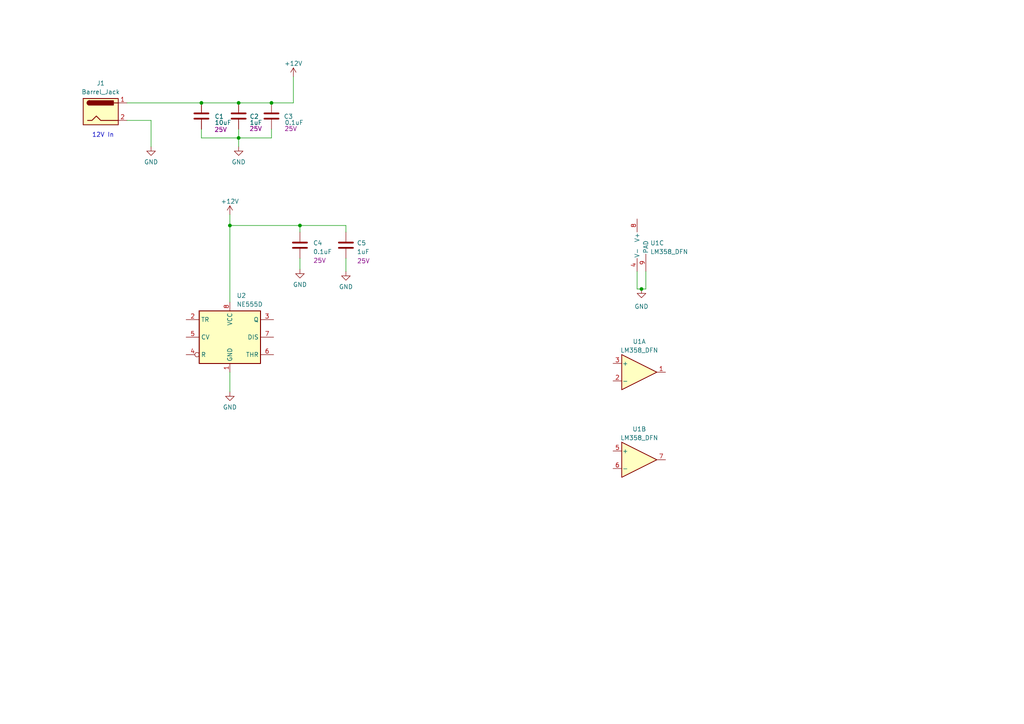
<source format=kicad_sch>
(kicad_sch (version 20230121) (generator eeschema)
  (paper "A4")
  (lib_symbols
    (symbol "Amplifier_Operational:LM358_DFN" (pin_names (offset 0.127))
      (property "Reference" "U" (at 0 5.08 0))
      (property "Value" "LM358_DFN" (at 0 -5.08 0))
      (symbol "LM358_DFN_1_1"
        (polyline (pts (xy -5.08 5.08) (xy 5.08 0) (xy -5.08 -5.08) (xy -5.08 5.08)) (stroke (width 0.254)) (fill (type background)))
        (pin output line (at 7.62 0 180) (length 2.54) (name "~") (number "1"))
        (pin input line (at -7.62 -2.54 0) (length 2.54) (name "-") (number "2"))
        (pin input line (at -7.62 2.54 0) (length 2.54) (name "+") (number "3"))
      )
      (symbol "LM358_DFN_2_1"
        (polyline (pts (xy -5.08 5.08) (xy 5.08 0) (xy -5.08 -5.08) (xy -5.08 5.08)) (stroke (width 0.254)) (fill (type background)))
        (pin input line (at -7.62 2.54 0) (length 2.54) (name "+") (number "5"))
        (pin input line (at -7.62 -2.54 0) (length 2.54) (name "-") (number "6"))
        (pin output line (at 7.62 0 180) (length 2.54) (name "~") (number "7"))
      )
      (symbol "LM358_DFN_3_1"
        (pin power_in line (at -2.54 -7.62 90) (length 3.81) (name "V-") (number "4"))
        (pin power_in line (at -2.54 7.62 270) (length 3.81) (name "V+") (number "8"))
        (pin power_in line (at 0 -7.62 90) (length 5.08) (name "PAD") (number "9"))
      )
    )
    (symbol "Connector:Barrel_Jack" (pin_names (offset 1.016))
      (property "Reference" "J" (at 0 5.334 0))
      (property "Value" "Barrel_Jack" (at 0 -5.08 0))
      (symbol "Barrel_Jack_0_1"
        (rectangle (start -5.08 3.81) (end 5.08 -3.81) (stroke (width 0.254)) (fill (type background)))
        (arc (start -3.302 3.175) (mid -3.9343 2.54) (end -3.302 1.905) (stroke (width 0.254)))
        (arc (start -3.302 3.175) (mid -3.9343 2.54) (end -3.302 1.905) (stroke (width 0.254)) (fill (type outline)))
        (polyline (pts (xy 5.08 2.54) (xy 3.81 2.54)) (stroke (width 0.254)))
        (polyline (pts (xy -3.81 -2.54) (xy -2.54 -2.54) (xy -1.27 -1.27) (xy 0 -2.54) (xy 2.54 -2.54) (xy 5.08 -2.54)) (stroke (width 0.254)))
        (rectangle (start 3.683 3.175) (end -3.302 1.905) (stroke (width 0.254)) (fill (type outline)))
      )
      (symbol "Barrel_Jack_1_1"
        (pin passive line (at 7.62 2.54 180) (length 2.54) (name "~") (number "1"))
        (pin passive line (at 7.62 -2.54 180) (length 2.54) (name "~") (number "2"))
      )
    )
    (symbol "Device:C" (pin_numbers hide) (pin_names (offset 0.254))
      (property "Reference" "C" (at 0.635 2.54 0))
      (property "Value" "C" (at 0.635 -2.54 0))
      (symbol "C_0_1"
        (polyline (pts (xy -2.032 -0.762) (xy 2.032 -0.762)) (stroke (width 0.508)))
        (polyline (pts (xy -2.032 0.762) (xy 2.032 0.762)) (stroke (width 0.508)))
      )
      (symbol "C_1_1"
        (pin passive line (at 0 3.81 270) (length 2.794) (name "~") (number "1"))
        (pin passive line (at 0 -3.81 90) (length 2.794) (name "~") (number "2"))
      )
    )
    (symbol "Timer:NE555D"
      (property "Reference" "U" (at -10.16 8.89 0))
      (property "Value" "NE555D" (at 2.54 8.89 0))
      (symbol "NE555D_0_0"
        (pin power_in line (at 0 -10.16 90) (length 2.54) (name "GND") (number "1"))
        (pin power_in line (at 0 10.16 270) (length 2.54) (name "VCC") (number "8"))
      )
      (symbol "NE555D_0_1"
        (rectangle (start -8.89 -7.62) (end 8.89 7.62) (stroke (width 0.254)) (fill (type background)))
        (rectangle (start -8.89 -7.62) (end 8.89 7.62) (stroke (width 0.254)) (fill (type background)))
      )
      (symbol "NE555D_1_1"
        (pin input line (at -12.7 5.08 0) (length 3.81) (name "TR") (number "2"))
        (pin output line (at 12.7 5.08 180) (length 3.81) (name "Q") (number "3"))
        (pin input inverted (at -12.7 -5.08 0) (length 3.81) (name "R") (number "4"))
        (pin input line (at -12.7 0 0) (length 3.81) (name "CV") (number "5"))
        (pin input line (at 12.7 -5.08 180) (length 3.81) (name "THR") (number "6"))
        (pin input line (at 12.7 0 180) (length 3.81) (name "DIS") (number "7"))
      )
    )
    (symbol "power:+12V" (power) (pin_names (offset 0))
      (property "Value" "+12V" (at 0 3.556 0))
      (symbol "+12V_0_1"
        (polyline (pts (xy -0.762 1.27) (xy 0 2.54)))
        (polyline (pts (xy 0 0) (xy 0 2.54)))
        (polyline (pts (xy 0 2.54) (xy 0.762 1.27)))
      )
      (symbol "+12V_1_1"
        (pin power_in line (at 0 0 90) (length 0) hide (name "+12V") (number "1"))
      )
    )
    (symbol "power:GND" (power) (pin_names (offset 0))
      (property "Value" "GND" (at 0 -3.81 0))
      (symbol "GND_0_1"
        (polyline (pts (xy 0 0) (xy 0 -1.27) (xy 1.27 -1.27) (xy 0 -2.54) (xy -1.27 -1.27) (xy 0 -1.27)))
      )
      (symbol "GND_1_1"
        (pin power_in line (at 0 0 270) (length 0) hide (name "GND") (number "1"))
      )
    )
  )
  (junction (at 69.215 40.005))
  (junction (at 66.675 65.405))
  (junction (at 58.42 29.845))
  (junction (at 86.995 65.405))
  (junction (at 78.74 29.845))
  (junction (at 69.215 29.845))
  (junction (at 186.055 83.82))
  (wire (pts (xy 69.215 29.845) (xy 78.74 29.845)))
  (wire (pts (xy 66.675 107.95) (xy 66.675 113.665)))
  (wire (pts (xy 58.42 37.465) (xy 58.42 40.005)))
  (wire (pts (xy 58.42 40.005) (xy 69.215 40.005)))
  (wire (pts (xy 78.74 40.005) (xy 78.74 37.465)))
  (wire (pts (xy 43.815 42.545) (xy 43.815 34.925)))
  (wire (pts (xy 184.785 83.82) (xy 186.055 83.82)))
  (wire (pts (xy 85.09 22.225) (xy 85.09 29.845)))
  (wire (pts (xy 78.74 29.845) (xy 85.09 29.845)))
  (wire (pts (xy 86.995 74.93) (xy 86.995 78.105)))
  (wire (pts (xy 187.325 83.82) (xy 187.325 78.74)))
  (wire (pts (xy 186.055 83.82) (xy 187.325 83.82)))
  (wire (pts (xy 100.33 74.93) (xy 100.33 78.74)))
  (wire (pts (xy 69.215 40.005) (xy 69.215 42.545)))
  (wire (pts (xy 184.785 78.74) (xy 184.785 83.82)))
  (wire (pts (xy 69.215 37.465) (xy 69.215 40.005)))
  (wire (pts (xy 58.42 29.845) (xy 69.215 29.845)))
  (wire (pts (xy 100.33 67.31) (xy 100.33 65.405)))
  (wire (pts (xy 66.675 62.23) (xy 66.675 65.405)))
  (wire (pts (xy 43.815 34.925) (xy 36.83 34.925)))
  (wire (pts (xy 36.83 29.845) (xy 58.42 29.845)))
  (wire (pts (xy 100.33 65.405) (xy 86.995 65.405)))
  (wire (pts (xy 86.995 65.405) (xy 86.995 67.31)))
  (wire (pts (xy 86.995 65.405) (xy 66.675 65.405)))
  (wire (pts (xy 69.215 40.005) (xy 78.74 40.005)))
  (wire (pts (xy 66.675 65.405) (xy 66.675 87.63)))
  (text "12V In" (at 26.67 40.005 0) (effects (font (size 1.27 1.27)) (justify left bottom)))
  (symbol (lib_id "Device:C") (at 86.995 71.12 0) (unit 1)
    (property "Reference" "C4" (at 90.805 70.485 0) (effects (justify left)))
    (property "Value" "0.1uF" (at 90.805 73.025 0) (effects (justify left)))
    (property "Voltage" "25V" (at 92.71 75.565 0))
  )
  (symbol (lib_id "power:GND") (at 186.055 83.82 0) (unit 1)
    (property "Reference" "#PWR01" (effects hide))
    (property "Value" "GND" (at 186.055 88.9 0))
  )
  (symbol (lib_id "Device:C") (at 58.42 33.655 0) (unit 1)
    (property "Reference" "C1" (at 62.23 33.782 0) (effects (justify left)))
    (property "Value" "10uF" (at 62.23 35.56 0) (effects (justify left)))
    (property "Voltage" "25V" (at 64.008 37.592 0))
  )
  (symbol (lib_id "Device:C") (at 69.215 33.655 0) (unit 1)
    (property "Reference" "C2" (at 72.39 33.782 0) (effects (justify left)))
    (property "Value" "1uF" (at 72.39 35.56 0) (effects (justify left)))
    (property "Voltage" "25V" (at 74.168 37.338 0))
  )
  (symbol (lib_id "power:GND") (at 100.33 78.74 0) (unit 1)
    (property "Reference" "#PWR07" (effects hide))
    (property "Value" "GND" (at 100.33 83.185 0))
  )
  (symbol (lib_id "power:GND") (at 43.815 42.545 0) (unit 1)
    (property "Reference" "#PWR02" (effects hide))
    (property "Value" "GND" (at 43.815 46.99 0))
  )
  (symbol (lib_id "power:GND") (at 86.995 78.105 0) (unit 1)
    (property "Reference" "#PWR06" (effects hide))
    (property "Value" "GND" (at 86.995 82.55 0))
  )
  (symbol (lib_id "Timer:NE555D") (at 66.675 97.79 0) (unit 1)
    (property "Reference" "U2" (at 68.6309 85.725 0) (effects (justify left)))
    (property "Value" "NE555D" (at 68.6309 88.265 0) (effects (justify left)))
    (property "Footprint" "Package_SO:SOIC-8_3.9x4.9mm_P1.27mm" (effects hide))
    (property "Datasheet" "http://www.ti.com/lit/ds/symlink/ne555.pdf" (effects hide))
  )
  (symbol (lib_id "Amplifier_Operational:LM358_DFN") (at 185.42 107.95 0) (unit 1)
    (property "Reference" "U1" (at 185.42 99.06 0))
    (property "Value" "LM358_DFN" (at 185.42 101.6 0))
    (property "Footprint" "Package_DFN_QFN:DFN-8-1EP_2x2mm_P0.5mm_EP1.05x1.75mm" (effects hide))
    (property "Datasheet" "www.st.com/resource/en/datasheet/lm358.pdf" (effects hide))
  )
  (symbol (lib_id "power:GND") (at 69.215 42.545 0) (unit 1)
    (property "Reference" "#PWR04" (effects hide))
    (property "Value" "GND" (at 69.215 46.99 0))
  )
  (symbol (lib_id "power:GND") (at 66.675 113.665 0) (unit 1)
    (property "Reference" "#PWR08" (effects hide))
    (property "Value" "GND" (at 66.675 118.11 0))
  )
  (symbol (lib_id "Connector:Barrel_Jack") (at 29.21 32.385 0) (unit 1)
    (property "Reference" "J1" (at 29.21 24.13 0))
    (property "Value" "Barrel_Jack" (at 29.21 26.67 0))
  )
  (symbol (lib_id "Device:C") (at 78.74 33.655 0) (unit 1)
    (property "Reference" "C3" (at 82.296 33.782 0) (effects (justify left)))
    (property "Value" "0.1uF" (at 82.55 35.56 0) (effects (justify left)))
    (property "Voltage" "25V" (at 84.328 37.338 0))
  )
  (symbol (lib_id "power:+12V") (at 85.09 22.225 0) (unit 1)
    (property "Reference" "#PWR03" (effects hide))
    (property "Value" "+12V" (at 85.09 18.415 0))
  )
  (symbol (lib_id "power:+12V") (at 66.675 62.23 0) (unit 1)
    (property "Reference" "#PWR05" (effects hide))
    (property "Value" "+12V" (at 66.675 58.42 0))
  )
  (symbol (lib_id "Device:C") (at 100.33 71.12 0) (unit 1)
    (property "Reference" "C5" (at 103.505 70.485 0) (effects (justify left)))
    (property "Value" "1uF" (at 103.505 73.025 0) (effects (justify left)))
    (property "Voltage" "25V" (at 105.41 75.692 0))
  )
  (symbol (lib_id "Amplifier_Operational:LM358_DFN") (at 187.325 71.12 0) (unit 3)
    (property "Reference" "U1" (at 188.595 70.485 0) (effects (justify left)))
    (property "Value" "LM358_DFN" (at 188.595 73.025 0) (effects (justify left)))
    (property "Footprint" "Package_DFN_QFN:DFN-8-1EP_2x2mm_P0.5mm_EP1.05x1.75mm" (effects hide))
    (property "Datasheet" "www.st.com/resource/en/datasheet/lm358.pdf" (effects hide))
  )
  (symbol (lib_id "Amplifier_Operational:LM358_DFN") (at 185.42 133.35 0) (unit 2)
    (property "Reference" "U1" (at 185.42 124.46 0))
    (property "Value" "LM358_DFN" (at 185.42 127 0))
    (property "Footprint" "Package_DFN_QFN:DFN-8-1EP_2x2mm_P0.5mm_EP1.05x1.75mm" (effects hide))
    (property "Datasheet" "www.st.com/resource/en/datasheet/lm358.pdf" (effects hide))
  )
)
</source>
